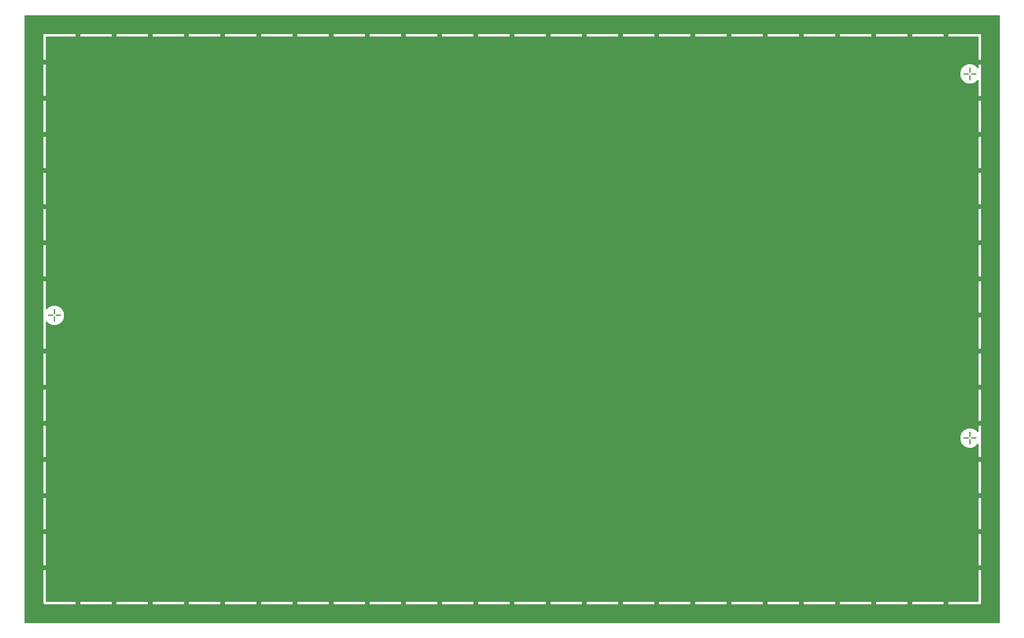
<source format=gbl>
G75*
G70*
%OFA0B0*%
%FSLAX24Y24*%
%IPPOS*%
%LPD*%
%AMOC8*
5,1,8,0,0,1.08239X$1,22.5*
%
%ADD10C,0.0100*%
%ADD11C,0.0400*%
D10*
X001393Y000318D02*
X001393Y050707D01*
X082182Y050707D01*
X082182Y000318D01*
X001393Y000318D01*
X001393Y000347D02*
X082182Y000347D01*
X082182Y000446D02*
X001393Y000446D01*
X001393Y000544D02*
X082182Y000544D01*
X082182Y000643D02*
X001393Y000643D01*
X001393Y000741D02*
X082182Y000741D01*
X082182Y000840D02*
X001393Y000840D01*
X001393Y000938D02*
X082182Y000938D01*
X082182Y001037D02*
X001393Y001037D01*
X001393Y001135D02*
X082182Y001135D01*
X082182Y001234D02*
X001393Y001234D01*
X001393Y001332D02*
X082182Y001332D01*
X082182Y001431D02*
X001393Y001431D01*
X001393Y001529D02*
X082182Y001529D01*
X082182Y001628D02*
X001393Y001628D01*
X001393Y001726D02*
X082182Y001726D01*
X082182Y001825D02*
X080679Y001825D01*
X080721Y001867D02*
X080721Y049158D01*
X080633Y049246D01*
X002942Y049246D01*
X002854Y049158D01*
X002854Y001867D01*
X002942Y001779D01*
X003066Y001779D01*
X080509Y001779D01*
X080633Y001779D01*
X080721Y001867D01*
X080721Y001923D02*
X082182Y001923D01*
X082182Y002022D02*
X080721Y002022D01*
X080721Y002120D02*
X082182Y002120D01*
X082182Y002219D02*
X080721Y002219D01*
X080721Y002317D02*
X082182Y002317D01*
X082182Y002416D02*
X080721Y002416D01*
X080721Y002514D02*
X082182Y002514D01*
X082182Y002613D02*
X080721Y002613D01*
X080721Y002711D02*
X082182Y002711D01*
X082182Y002810D02*
X080721Y002810D01*
X080721Y002908D02*
X082182Y002908D01*
X082182Y003007D02*
X080721Y003007D01*
X080721Y003105D02*
X082182Y003105D01*
X082182Y003204D02*
X080721Y003204D01*
X080721Y003302D02*
X082182Y003302D01*
X082182Y003401D02*
X080721Y003401D01*
X080721Y003499D02*
X082182Y003499D01*
X082182Y003598D02*
X080721Y003598D01*
X080721Y003696D02*
X082182Y003696D01*
X082182Y003795D02*
X080721Y003795D01*
X080721Y003893D02*
X082182Y003893D01*
X082182Y003992D02*
X080721Y003992D01*
X080721Y004090D02*
X082182Y004090D01*
X082182Y004189D02*
X080721Y004189D01*
X080721Y004287D02*
X082182Y004287D01*
X082182Y004386D02*
X080721Y004386D01*
X080721Y004484D02*
X082182Y004484D01*
X082182Y004583D02*
X080721Y004583D01*
X080721Y004681D02*
X082182Y004681D01*
X082182Y004780D02*
X080721Y004780D01*
X080721Y004878D02*
X082182Y004878D01*
X082182Y004977D02*
X080721Y004977D01*
X080721Y005075D02*
X082182Y005075D01*
X082182Y005174D02*
X080721Y005174D01*
X080721Y005272D02*
X082182Y005272D01*
X082182Y005371D02*
X080721Y005371D01*
X080721Y005469D02*
X082182Y005469D01*
X082182Y005568D02*
X080721Y005568D01*
X080721Y005666D02*
X082182Y005666D01*
X082182Y005765D02*
X080721Y005765D01*
X080721Y005863D02*
X082182Y005863D01*
X082182Y005962D02*
X080721Y005962D01*
X080721Y006060D02*
X082182Y006060D01*
X082182Y006159D02*
X080721Y006159D01*
X080721Y006257D02*
X082182Y006257D01*
X082182Y006356D02*
X080721Y006356D01*
X080721Y006454D02*
X082182Y006454D01*
X082182Y006553D02*
X080721Y006553D01*
X080721Y006651D02*
X082182Y006651D01*
X082182Y006750D02*
X080721Y006750D01*
X080721Y006848D02*
X082182Y006848D01*
X082182Y006947D02*
X080721Y006947D01*
X080721Y007045D02*
X082182Y007045D01*
X082182Y007144D02*
X080721Y007144D01*
X080721Y007242D02*
X082182Y007242D01*
X082182Y007341D02*
X080721Y007341D01*
X080721Y007439D02*
X082182Y007439D01*
X082182Y007538D02*
X080721Y007538D01*
X080721Y007636D02*
X082182Y007636D01*
X082182Y007735D02*
X080721Y007735D01*
X080721Y007833D02*
X082182Y007833D01*
X082182Y007932D02*
X080721Y007932D01*
X080721Y008030D02*
X082182Y008030D01*
X082182Y008129D02*
X080721Y008129D01*
X080721Y008227D02*
X082182Y008227D01*
X082182Y008326D02*
X080721Y008326D01*
X080721Y008424D02*
X082182Y008424D01*
X082182Y008523D02*
X080721Y008523D01*
X080721Y008621D02*
X082182Y008621D01*
X082182Y008720D02*
X080721Y008720D01*
X080721Y008818D02*
X082182Y008818D01*
X082182Y008917D02*
X080721Y008917D01*
X080721Y009015D02*
X082182Y009015D01*
X082182Y009114D02*
X080721Y009114D01*
X080721Y009212D02*
X082182Y009212D01*
X082182Y009311D02*
X080721Y009311D01*
X080721Y009409D02*
X082182Y009409D01*
X082182Y009508D02*
X080721Y009508D01*
X080721Y009606D02*
X082182Y009606D01*
X082182Y009705D02*
X080721Y009705D01*
X080721Y009803D02*
X082182Y009803D01*
X082182Y009902D02*
X080721Y009902D01*
X080721Y010000D02*
X082182Y010000D01*
X082182Y010099D02*
X080721Y010099D01*
X080721Y010197D02*
X082182Y010197D01*
X082182Y010296D02*
X080721Y010296D01*
X080721Y010394D02*
X082182Y010394D01*
X082182Y010493D02*
X080721Y010493D01*
X080721Y010591D02*
X082182Y010591D01*
X082182Y010690D02*
X080721Y010690D01*
X080721Y010788D02*
X082182Y010788D01*
X082182Y010887D02*
X080721Y010887D01*
X080721Y010985D02*
X082182Y010985D01*
X082182Y011084D02*
X080721Y011084D01*
X080721Y011182D02*
X082182Y011182D01*
X082182Y011281D02*
X080721Y011281D01*
X080721Y011379D02*
X082182Y011379D01*
X082182Y011478D02*
X080721Y011478D01*
X080721Y011576D02*
X082182Y011576D01*
X082182Y011675D02*
X080721Y011675D01*
X080721Y011773D02*
X082182Y011773D01*
X082182Y011872D02*
X080721Y011872D01*
X080721Y011970D02*
X082182Y011970D01*
X082182Y012069D02*
X080721Y012069D01*
X080721Y012167D02*
X082182Y012167D01*
X082182Y012266D02*
X080721Y012266D01*
X080721Y012364D02*
X082182Y012364D01*
X082182Y012463D02*
X080721Y012463D01*
X080721Y012561D02*
X082182Y012561D01*
X082182Y012660D02*
X080721Y012660D01*
X080721Y012758D02*
X082182Y012758D01*
X082182Y012857D02*
X080721Y012857D01*
X080721Y012955D02*
X082182Y012955D01*
X082182Y013054D02*
X080721Y013054D01*
X080721Y013152D02*
X082182Y013152D01*
X082182Y013251D02*
X080721Y013251D01*
X080721Y013349D02*
X082182Y013349D01*
X082182Y013448D02*
X080721Y013448D01*
X080721Y013546D02*
X082182Y013546D01*
X082182Y013645D02*
X080721Y013645D01*
X080721Y013743D02*
X082182Y013743D01*
X082182Y013842D02*
X080721Y013842D01*
X080721Y013940D02*
X082182Y013940D01*
X082182Y014039D02*
X080721Y014039D01*
X080721Y014137D02*
X082182Y014137D01*
X082182Y014236D02*
X080721Y014236D01*
X080721Y014334D02*
X082182Y014334D01*
X082182Y014433D02*
X080721Y014433D01*
X080721Y014531D02*
X082182Y014531D01*
X082182Y014630D02*
X080721Y014630D01*
X080721Y014728D02*
X082182Y014728D01*
X082182Y014827D02*
X080721Y014827D01*
X080721Y014925D02*
X082182Y014925D01*
X082182Y015024D02*
X080721Y015024D01*
X080721Y015122D02*
X082182Y015122D01*
X082182Y015221D02*
X080721Y015221D01*
X080721Y015319D02*
X082182Y015319D01*
X082182Y015418D02*
X080721Y015418D01*
X080721Y015516D02*
X082182Y015516D01*
X082182Y015615D02*
X080721Y015615D01*
X080721Y015713D02*
X082182Y015713D01*
X082182Y015812D02*
X080721Y015812D01*
X080721Y015910D02*
X082182Y015910D01*
X082182Y016009D02*
X080721Y016009D01*
X080721Y016107D02*
X082182Y016107D01*
X082182Y016206D02*
X080721Y016206D01*
X080721Y016304D02*
X082182Y016304D01*
X082182Y016403D02*
X080721Y016403D01*
X080721Y016501D02*
X082182Y016501D01*
X082182Y016600D02*
X080721Y016600D01*
X080721Y016698D02*
X082182Y016698D01*
X082182Y016797D02*
X080721Y016797D01*
X080721Y016895D02*
X082182Y016895D01*
X082182Y016994D02*
X080721Y016994D01*
X080721Y017092D02*
X082182Y017092D01*
X082182Y017191D02*
X080721Y017191D01*
X080721Y017289D02*
X082182Y017289D01*
X082182Y017388D02*
X080721Y017388D01*
X080721Y017486D02*
X082182Y017486D01*
X082182Y017585D02*
X080721Y017585D01*
X080721Y017683D02*
X082182Y017683D01*
X082182Y017782D02*
X080721Y017782D01*
X080721Y017880D02*
X082182Y017880D01*
X082182Y017979D02*
X080721Y017979D01*
X080721Y018077D02*
X082182Y018077D01*
X082182Y018176D02*
X080721Y018176D01*
X080721Y018274D02*
X082182Y018274D01*
X082182Y018373D02*
X080721Y018373D01*
X080721Y018471D02*
X082182Y018471D01*
X082182Y018570D02*
X080721Y018570D01*
X080721Y018668D02*
X082182Y018668D01*
X082182Y018767D02*
X080721Y018767D01*
X080721Y018865D02*
X082182Y018865D01*
X082182Y018964D02*
X080721Y018964D01*
X080721Y019062D02*
X082182Y019062D01*
X082182Y019161D02*
X080721Y019161D01*
X080721Y019259D02*
X082182Y019259D01*
X082182Y019358D02*
X080721Y019358D01*
X080721Y019456D02*
X082182Y019456D01*
X082182Y019555D02*
X080721Y019555D01*
X080721Y019653D02*
X082182Y019653D01*
X082182Y019752D02*
X080721Y019752D01*
X080721Y019850D02*
X082182Y019850D01*
X082182Y019949D02*
X080721Y019949D01*
X080721Y020047D02*
X082182Y020047D01*
X082182Y020146D02*
X080721Y020146D01*
X080721Y020244D02*
X082182Y020244D01*
X082182Y020343D02*
X080721Y020343D01*
X080721Y020441D02*
X082182Y020441D01*
X082182Y020540D02*
X080721Y020540D01*
X080721Y020638D02*
X082182Y020638D01*
X082182Y020737D02*
X080721Y020737D01*
X080721Y020835D02*
X082182Y020835D01*
X082182Y020934D02*
X080721Y020934D01*
X080721Y021032D02*
X082182Y021032D01*
X082182Y021131D02*
X080721Y021131D01*
X080721Y021229D02*
X082182Y021229D01*
X082182Y021328D02*
X080721Y021328D01*
X080721Y021426D02*
X082182Y021426D01*
X082182Y021525D02*
X080721Y021525D01*
X080721Y021623D02*
X082182Y021623D01*
X082182Y021722D02*
X080721Y021722D01*
X080721Y021820D02*
X082182Y021820D01*
X082182Y021919D02*
X080721Y021919D01*
X080721Y022017D02*
X082182Y022017D01*
X082182Y022116D02*
X080721Y022116D01*
X080721Y022214D02*
X082182Y022214D01*
X082182Y022313D02*
X080721Y022313D01*
X080721Y022411D02*
X082182Y022411D01*
X082182Y022510D02*
X080721Y022510D01*
X080721Y022608D02*
X082182Y022608D01*
X082182Y022707D02*
X080721Y022707D01*
X080721Y022805D02*
X082182Y022805D01*
X082182Y022904D02*
X080721Y022904D01*
X080721Y023002D02*
X082182Y023002D01*
X082182Y023101D02*
X080721Y023101D01*
X080721Y023199D02*
X082182Y023199D01*
X082182Y023298D02*
X080721Y023298D01*
X080721Y023396D02*
X082182Y023396D01*
X082182Y023495D02*
X080721Y023495D01*
X080721Y023593D02*
X082182Y023593D01*
X082182Y023692D02*
X080721Y023692D01*
X080721Y023790D02*
X082182Y023790D01*
X082182Y023889D02*
X080721Y023889D01*
X080721Y023987D02*
X082182Y023987D01*
X082182Y024086D02*
X080721Y024086D01*
X080721Y024184D02*
X082182Y024184D01*
X082182Y024283D02*
X080721Y024283D01*
X080721Y024381D02*
X082182Y024381D01*
X082182Y024480D02*
X080721Y024480D01*
X080721Y024578D02*
X082182Y024578D01*
X082182Y024677D02*
X080721Y024677D01*
X080721Y024775D02*
X082182Y024775D01*
X082182Y024874D02*
X080721Y024874D01*
X080721Y024972D02*
X082182Y024972D01*
X082182Y025071D02*
X080721Y025071D01*
X080721Y025169D02*
X082182Y025169D01*
X082182Y025268D02*
X080721Y025268D01*
X080721Y025366D02*
X082182Y025366D01*
X082182Y025465D02*
X080721Y025465D01*
X080721Y025563D02*
X082182Y025563D01*
X082182Y025662D02*
X080721Y025662D01*
X080721Y025760D02*
X082182Y025760D01*
X082182Y025859D02*
X080721Y025859D01*
X080721Y025957D02*
X082182Y025957D01*
X082182Y026056D02*
X080721Y026056D01*
X080721Y026154D02*
X082182Y026154D01*
X082182Y026253D02*
X080721Y026253D01*
X080721Y026351D02*
X082182Y026351D01*
X082182Y026450D02*
X080721Y026450D01*
X080721Y026548D02*
X082182Y026548D01*
X082182Y026647D02*
X080721Y026647D01*
X080721Y026745D02*
X082182Y026745D01*
X082182Y026844D02*
X080721Y026844D01*
X080721Y026942D02*
X082182Y026942D01*
X082182Y027041D02*
X080721Y027041D01*
X080721Y027139D02*
X082182Y027139D01*
X082182Y027238D02*
X080721Y027238D01*
X080721Y027336D02*
X082182Y027336D01*
X082182Y027435D02*
X080721Y027435D01*
X080721Y027533D02*
X082182Y027533D01*
X082182Y027632D02*
X080721Y027632D01*
X080721Y027730D02*
X082182Y027730D01*
X082182Y027829D02*
X080721Y027829D01*
X080721Y027927D02*
X082182Y027927D01*
X082182Y028026D02*
X080721Y028026D01*
X080721Y028124D02*
X082182Y028124D01*
X082182Y028223D02*
X080721Y028223D01*
X080721Y028321D02*
X082182Y028321D01*
X082182Y028420D02*
X080721Y028420D01*
X080721Y028518D02*
X082182Y028518D01*
X082182Y028617D02*
X080721Y028617D01*
X080721Y028715D02*
X082182Y028715D01*
X082182Y028814D02*
X080721Y028814D01*
X080721Y028912D02*
X082182Y028912D01*
X082182Y029011D02*
X080721Y029011D01*
X080721Y029109D02*
X082182Y029109D01*
X082182Y029208D02*
X080721Y029208D01*
X080721Y029306D02*
X082182Y029306D01*
X082182Y029405D02*
X080721Y029405D01*
X080721Y029503D02*
X082182Y029503D01*
X082182Y029602D02*
X080721Y029602D01*
X080721Y029700D02*
X082182Y029700D01*
X082182Y029799D02*
X080721Y029799D01*
X080721Y029897D02*
X082182Y029897D01*
X082182Y029996D02*
X080721Y029996D01*
X080721Y030094D02*
X082182Y030094D01*
X082182Y030193D02*
X080721Y030193D01*
X080721Y030291D02*
X082182Y030291D01*
X082182Y030390D02*
X080721Y030390D01*
X080721Y030488D02*
X082182Y030488D01*
X082182Y030587D02*
X080721Y030587D01*
X080721Y030685D02*
X082182Y030685D01*
X082182Y030784D02*
X080721Y030784D01*
X080721Y030882D02*
X082182Y030882D01*
X082182Y030981D02*
X080721Y030981D01*
X080721Y031079D02*
X082182Y031079D01*
X082182Y031178D02*
X080721Y031178D01*
X080721Y031276D02*
X082182Y031276D01*
X082182Y031375D02*
X080721Y031375D01*
X080721Y031473D02*
X082182Y031473D01*
X082182Y031572D02*
X080721Y031572D01*
X080721Y031670D02*
X082182Y031670D01*
X082182Y031769D02*
X080721Y031769D01*
X080721Y031867D02*
X082182Y031867D01*
X082182Y031966D02*
X080721Y031966D01*
X080721Y032064D02*
X082182Y032064D01*
X082182Y032163D02*
X080721Y032163D01*
X080721Y032261D02*
X082182Y032261D01*
X082182Y032360D02*
X080721Y032360D01*
X080721Y032458D02*
X082182Y032458D01*
X082182Y032557D02*
X080721Y032557D01*
X080721Y032655D02*
X082182Y032655D01*
X082182Y032754D02*
X080721Y032754D01*
X080721Y032852D02*
X082182Y032852D01*
X082182Y032951D02*
X080721Y032951D01*
X080721Y033049D02*
X082182Y033049D01*
X082182Y033148D02*
X080721Y033148D01*
X080721Y033246D02*
X082182Y033246D01*
X082182Y033345D02*
X080721Y033345D01*
X080721Y033443D02*
X082182Y033443D01*
X082182Y033542D02*
X080721Y033542D01*
X080721Y033640D02*
X082182Y033640D01*
X082182Y033739D02*
X080721Y033739D01*
X080721Y033837D02*
X082182Y033837D01*
X082182Y033936D02*
X080721Y033936D01*
X080721Y034034D02*
X082182Y034034D01*
X082182Y034133D02*
X080721Y034133D01*
X080721Y034231D02*
X082182Y034231D01*
X082182Y034330D02*
X080721Y034330D01*
X080721Y034428D02*
X082182Y034428D01*
X082182Y034527D02*
X080721Y034527D01*
X080721Y034625D02*
X082182Y034625D01*
X082182Y034724D02*
X080721Y034724D01*
X080721Y034822D02*
X082182Y034822D01*
X082182Y034921D02*
X080721Y034921D01*
X080721Y035019D02*
X082182Y035019D01*
X082182Y035118D02*
X080721Y035118D01*
X080721Y035216D02*
X082182Y035216D01*
X082182Y035315D02*
X080721Y035315D01*
X080721Y035413D02*
X082182Y035413D01*
X082182Y035512D02*
X080721Y035512D01*
X080721Y035610D02*
X082182Y035610D01*
X082182Y035709D02*
X080721Y035709D01*
X080721Y035807D02*
X082182Y035807D01*
X082182Y035906D02*
X080721Y035906D01*
X080721Y036004D02*
X082182Y036004D01*
X082182Y036103D02*
X080721Y036103D01*
X080721Y036201D02*
X082182Y036201D01*
X082182Y036300D02*
X080721Y036300D01*
X080721Y036398D02*
X082182Y036398D01*
X082182Y036497D02*
X080721Y036497D01*
X080721Y036595D02*
X082182Y036595D01*
X082182Y036694D02*
X080721Y036694D01*
X080721Y036792D02*
X082182Y036792D01*
X082182Y036891D02*
X080721Y036891D01*
X080721Y036989D02*
X082182Y036989D01*
X082182Y037088D02*
X080721Y037088D01*
X080721Y037186D02*
X082182Y037186D01*
X082182Y037285D02*
X080721Y037285D01*
X080721Y037383D02*
X082182Y037383D01*
X082182Y037482D02*
X080721Y037482D01*
X080721Y037580D02*
X082182Y037580D01*
X082182Y037679D02*
X080721Y037679D01*
X080721Y037777D02*
X082182Y037777D01*
X082182Y037876D02*
X080721Y037876D01*
X080721Y037974D02*
X082182Y037974D01*
X082182Y038073D02*
X080721Y038073D01*
X080721Y038171D02*
X082182Y038171D01*
X082182Y038270D02*
X080721Y038270D01*
X080721Y038368D02*
X082182Y038368D01*
X082182Y038467D02*
X080721Y038467D01*
X080721Y038565D02*
X082182Y038565D01*
X082182Y038664D02*
X080721Y038664D01*
X080721Y038762D02*
X082182Y038762D01*
X082182Y038861D02*
X080721Y038861D01*
X080721Y038959D02*
X082182Y038959D01*
X082182Y039058D02*
X080721Y039058D01*
X080721Y039156D02*
X082182Y039156D01*
X082182Y039255D02*
X080721Y039255D01*
X080721Y039353D02*
X082182Y039353D01*
X082182Y039452D02*
X080721Y039452D01*
X080721Y039550D02*
X082182Y039550D01*
X082182Y039649D02*
X080721Y039649D01*
X080721Y039747D02*
X082182Y039747D01*
X082182Y039846D02*
X080721Y039846D01*
X080721Y039944D02*
X082182Y039944D01*
X082182Y040043D02*
X080721Y040043D01*
X080721Y040141D02*
X082182Y040141D01*
X082182Y040240D02*
X080721Y040240D01*
X080721Y040338D02*
X082182Y040338D01*
X082182Y040437D02*
X080721Y040437D01*
X080721Y040535D02*
X082182Y040535D01*
X082182Y040634D02*
X080721Y040634D01*
X080721Y040732D02*
X082182Y040732D01*
X082182Y040831D02*
X080721Y040831D01*
X080721Y040929D02*
X082182Y040929D01*
X082182Y041028D02*
X080721Y041028D01*
X080721Y041126D02*
X082182Y041126D01*
X082182Y041225D02*
X080721Y041225D01*
X080721Y041323D02*
X082182Y041323D01*
X082182Y041422D02*
X080721Y041422D01*
X080721Y041520D02*
X082182Y041520D01*
X082182Y041619D02*
X080721Y041619D01*
X080721Y041717D02*
X082182Y041717D01*
X082182Y041816D02*
X080721Y041816D01*
X080721Y041914D02*
X082182Y041914D01*
X082182Y042013D02*
X080721Y042013D01*
X080721Y042111D02*
X082182Y042111D01*
X082182Y042210D02*
X080721Y042210D01*
X080721Y042308D02*
X082182Y042308D01*
X082182Y042407D02*
X080721Y042407D01*
X080721Y042505D02*
X082182Y042505D01*
X082182Y042604D02*
X080721Y042604D01*
X080721Y042702D02*
X082182Y042702D01*
X082182Y042801D02*
X080721Y042801D01*
X080721Y042899D02*
X082182Y042899D01*
X082182Y042998D02*
X080721Y042998D01*
X080721Y043096D02*
X082182Y043096D01*
X082182Y043195D02*
X080721Y043195D01*
X080721Y043293D02*
X082182Y043293D01*
X082182Y043392D02*
X080721Y043392D01*
X080721Y043490D02*
X082182Y043490D01*
X082182Y043589D02*
X080721Y043589D01*
X080721Y043687D02*
X082182Y043687D01*
X082182Y043786D02*
X080721Y043786D01*
X080721Y043884D02*
X082182Y043884D01*
X082182Y043983D02*
X080721Y043983D01*
X080721Y044081D02*
X082182Y044081D01*
X082182Y044180D02*
X080721Y044180D01*
X080721Y044278D02*
X082182Y044278D01*
X082182Y044377D02*
X080721Y044377D01*
X080721Y044475D02*
X082182Y044475D01*
X082182Y044574D02*
X080721Y044574D01*
X080721Y044672D02*
X082182Y044672D01*
X082182Y044771D02*
X080721Y044771D01*
X080721Y044869D02*
X082182Y044869D01*
X082182Y044968D02*
X080721Y044968D01*
X080721Y045066D02*
X082182Y045066D01*
X082182Y045165D02*
X080721Y045165D01*
X080721Y045263D02*
X082182Y045263D01*
X082182Y045362D02*
X080721Y045362D01*
X080721Y045460D02*
X082182Y045460D01*
X082182Y045559D02*
X080721Y045559D01*
X080721Y045657D02*
X082182Y045657D01*
X082182Y045756D02*
X080721Y045756D01*
X080721Y045854D02*
X082182Y045854D01*
X082182Y045953D02*
X080721Y045953D01*
X080721Y046051D02*
X082182Y046051D01*
X082182Y046150D02*
X080721Y046150D01*
X080721Y046248D02*
X082182Y046248D01*
X082182Y046347D02*
X080721Y046347D01*
X080721Y046445D02*
X082182Y046445D01*
X082182Y046544D02*
X080721Y046544D01*
X080721Y046642D02*
X082182Y046642D01*
X082182Y046741D02*
X080721Y046741D01*
X080721Y046839D02*
X082182Y046839D01*
X082182Y046938D02*
X080721Y046938D01*
X080721Y047036D02*
X082182Y047036D01*
X082182Y047135D02*
X080721Y047135D01*
X080721Y047233D02*
X082182Y047233D01*
X082182Y047332D02*
X080721Y047332D01*
X080721Y047430D02*
X082182Y047430D01*
X082182Y047529D02*
X080721Y047529D01*
X080721Y047627D02*
X082182Y047627D01*
X082182Y047726D02*
X080721Y047726D01*
X080721Y047824D02*
X082182Y047824D01*
X082182Y047923D02*
X080721Y047923D01*
X080721Y048021D02*
X082182Y048021D01*
X082182Y048120D02*
X080721Y048120D01*
X080721Y048218D02*
X082182Y048218D01*
X082182Y048317D02*
X080721Y048317D01*
X080721Y048415D02*
X082182Y048415D01*
X082182Y048514D02*
X080721Y048514D01*
X080721Y048612D02*
X082182Y048612D01*
X082182Y048711D02*
X080721Y048711D01*
X080721Y048809D02*
X082182Y048809D01*
X082182Y048908D02*
X080721Y048908D01*
X080721Y049006D02*
X082182Y049006D01*
X082182Y049105D02*
X080721Y049105D01*
X080677Y049203D02*
X082182Y049203D01*
X082182Y049302D02*
X001393Y049302D01*
X001393Y049400D02*
X082182Y049400D01*
X082182Y049499D02*
X001393Y049499D01*
X001393Y049597D02*
X082182Y049597D01*
X082182Y049696D02*
X001393Y049696D01*
X001393Y049794D02*
X082182Y049794D01*
X082182Y049893D02*
X001393Y049893D01*
X001393Y049991D02*
X082182Y049991D01*
X082182Y050090D02*
X001393Y050090D01*
X001393Y050188D02*
X082182Y050188D01*
X082182Y050287D02*
X001393Y050287D01*
X001393Y050385D02*
X082182Y050385D01*
X082182Y050484D02*
X001393Y050484D01*
X001393Y050582D02*
X082182Y050582D01*
X082182Y050681D02*
X001393Y050681D01*
X001393Y049203D02*
X002898Y049203D01*
X002854Y049105D02*
X001393Y049105D01*
X001393Y049006D02*
X002854Y049006D01*
X002854Y048908D02*
X001393Y048908D01*
X001393Y048809D02*
X002854Y048809D01*
X002854Y048711D02*
X001393Y048711D01*
X001393Y048612D02*
X002854Y048612D01*
X002854Y048514D02*
X001393Y048514D01*
X001393Y048415D02*
X002854Y048415D01*
X002854Y048317D02*
X001393Y048317D01*
X001393Y048218D02*
X002854Y048218D01*
X002854Y048120D02*
X001393Y048120D01*
X001393Y048021D02*
X002854Y048021D01*
X002854Y047923D02*
X001393Y047923D01*
X001393Y047824D02*
X002854Y047824D01*
X002854Y047726D02*
X001393Y047726D01*
X001393Y047627D02*
X002854Y047627D01*
X002854Y047529D02*
X001393Y047529D01*
X001393Y047430D02*
X002854Y047430D01*
X002854Y047332D02*
X001393Y047332D01*
X001393Y047233D02*
X002854Y047233D01*
X002854Y047135D02*
X001393Y047135D01*
X001393Y047036D02*
X002854Y047036D01*
X002854Y046938D02*
X001393Y046938D01*
X001393Y046839D02*
X002854Y046839D01*
X002854Y046741D02*
X001393Y046741D01*
X001393Y046642D02*
X002854Y046642D01*
X002854Y046544D02*
X001393Y046544D01*
X001393Y046445D02*
X002854Y046445D01*
X002854Y046347D02*
X001393Y046347D01*
X001393Y046248D02*
X002854Y046248D01*
X002854Y046150D02*
X001393Y046150D01*
X001393Y046051D02*
X002854Y046051D01*
X002854Y045953D02*
X001393Y045953D01*
X001393Y045854D02*
X002854Y045854D01*
X002854Y045756D02*
X001393Y045756D01*
X001393Y045657D02*
X002854Y045657D01*
X002854Y045559D02*
X001393Y045559D01*
X001393Y045460D02*
X002854Y045460D01*
X002854Y045362D02*
X001393Y045362D01*
X001393Y045263D02*
X002854Y045263D01*
X002854Y045165D02*
X001393Y045165D01*
X001393Y045066D02*
X002854Y045066D01*
X002854Y044968D02*
X001393Y044968D01*
X001393Y044869D02*
X002854Y044869D01*
X002854Y044771D02*
X001393Y044771D01*
X001393Y044672D02*
X002854Y044672D01*
X002854Y044574D02*
X001393Y044574D01*
X001393Y044475D02*
X002854Y044475D01*
X002854Y044377D02*
X001393Y044377D01*
X001393Y044278D02*
X002854Y044278D01*
X002854Y044180D02*
X001393Y044180D01*
X001393Y044081D02*
X002854Y044081D01*
X002854Y043983D02*
X001393Y043983D01*
X001393Y043884D02*
X002854Y043884D01*
X002854Y043786D02*
X001393Y043786D01*
X001393Y043687D02*
X002854Y043687D01*
X002854Y043589D02*
X001393Y043589D01*
X001393Y043490D02*
X002854Y043490D01*
X002854Y043392D02*
X001393Y043392D01*
X001393Y043293D02*
X002854Y043293D01*
X002854Y043195D02*
X001393Y043195D01*
X001393Y043096D02*
X002854Y043096D01*
X002854Y042998D02*
X001393Y042998D01*
X001393Y042899D02*
X002854Y042899D01*
X002854Y042801D02*
X001393Y042801D01*
X001393Y042702D02*
X002854Y042702D01*
X002854Y042604D02*
X001393Y042604D01*
X001393Y042505D02*
X002854Y042505D01*
X002854Y042407D02*
X001393Y042407D01*
X001393Y042308D02*
X002854Y042308D01*
X002854Y042210D02*
X001393Y042210D01*
X001393Y042111D02*
X002854Y042111D01*
X002854Y042013D02*
X001393Y042013D01*
X001393Y041914D02*
X002854Y041914D01*
X002854Y041816D02*
X001393Y041816D01*
X001393Y041717D02*
X002854Y041717D01*
X002854Y041619D02*
X001393Y041619D01*
X001393Y041520D02*
X002854Y041520D01*
X002854Y041422D02*
X001393Y041422D01*
X001393Y041323D02*
X002854Y041323D01*
X002854Y041225D02*
X001393Y041225D01*
X001393Y041126D02*
X002854Y041126D01*
X002854Y041028D02*
X001393Y041028D01*
X001393Y040929D02*
X002854Y040929D01*
X002854Y040831D02*
X001393Y040831D01*
X001393Y040732D02*
X002854Y040732D01*
X002854Y040634D02*
X001393Y040634D01*
X001393Y040535D02*
X002854Y040535D01*
X002854Y040437D02*
X001393Y040437D01*
X001393Y040338D02*
X002854Y040338D01*
X002854Y040240D02*
X001393Y040240D01*
X001393Y040141D02*
X002854Y040141D01*
X002854Y040043D02*
X001393Y040043D01*
X001393Y039944D02*
X002854Y039944D01*
X002854Y039846D02*
X001393Y039846D01*
X001393Y039747D02*
X002854Y039747D01*
X002854Y039649D02*
X001393Y039649D01*
X001393Y039550D02*
X002854Y039550D01*
X002854Y039452D02*
X001393Y039452D01*
X001393Y039353D02*
X002854Y039353D01*
X002854Y039255D02*
X001393Y039255D01*
X001393Y039156D02*
X002854Y039156D01*
X002854Y039058D02*
X001393Y039058D01*
X001393Y038959D02*
X002854Y038959D01*
X002854Y038861D02*
X001393Y038861D01*
X001393Y038762D02*
X002854Y038762D01*
X002854Y038664D02*
X001393Y038664D01*
X001393Y038565D02*
X002854Y038565D01*
X002854Y038467D02*
X001393Y038467D01*
X001393Y038368D02*
X002854Y038368D01*
X002854Y038270D02*
X001393Y038270D01*
X001393Y038171D02*
X002854Y038171D01*
X002854Y038073D02*
X001393Y038073D01*
X001393Y037974D02*
X002854Y037974D01*
X002854Y037876D02*
X001393Y037876D01*
X001393Y037777D02*
X002854Y037777D01*
X002854Y037679D02*
X001393Y037679D01*
X001393Y037580D02*
X002854Y037580D01*
X002854Y037482D02*
X001393Y037482D01*
X001393Y037383D02*
X002854Y037383D01*
X002854Y037285D02*
X001393Y037285D01*
X001393Y037186D02*
X002854Y037186D01*
X002854Y037088D02*
X001393Y037088D01*
X001393Y036989D02*
X002854Y036989D01*
X002854Y036891D02*
X001393Y036891D01*
X001393Y036792D02*
X002854Y036792D01*
X002854Y036694D02*
X001393Y036694D01*
X001393Y036595D02*
X002854Y036595D01*
X002854Y036497D02*
X001393Y036497D01*
X001393Y036398D02*
X002854Y036398D01*
X002854Y036300D02*
X001393Y036300D01*
X001393Y036201D02*
X002854Y036201D01*
X002854Y036103D02*
X001393Y036103D01*
X001393Y036004D02*
X002854Y036004D01*
X002854Y035906D02*
X001393Y035906D01*
X001393Y035807D02*
X002854Y035807D01*
X002854Y035709D02*
X001393Y035709D01*
X001393Y035610D02*
X002854Y035610D01*
X002854Y035512D02*
X001393Y035512D01*
X001393Y035413D02*
X002854Y035413D01*
X002854Y035315D02*
X001393Y035315D01*
X001393Y035216D02*
X002854Y035216D01*
X002854Y035118D02*
X001393Y035118D01*
X001393Y035019D02*
X002854Y035019D01*
X002854Y034921D02*
X001393Y034921D01*
X001393Y034822D02*
X002854Y034822D01*
X002854Y034724D02*
X001393Y034724D01*
X001393Y034625D02*
X002854Y034625D01*
X002854Y034527D02*
X001393Y034527D01*
X001393Y034428D02*
X002854Y034428D01*
X002854Y034330D02*
X001393Y034330D01*
X001393Y034231D02*
X002854Y034231D01*
X002854Y034133D02*
X001393Y034133D01*
X001393Y034034D02*
X002854Y034034D01*
X002854Y033936D02*
X001393Y033936D01*
X001393Y033837D02*
X002854Y033837D01*
X002854Y033739D02*
X001393Y033739D01*
X001393Y033640D02*
X002854Y033640D01*
X002854Y033542D02*
X001393Y033542D01*
X001393Y033443D02*
X002854Y033443D01*
X002854Y033345D02*
X001393Y033345D01*
X001393Y033246D02*
X002854Y033246D01*
X002854Y033148D02*
X001393Y033148D01*
X001393Y033049D02*
X002854Y033049D01*
X002854Y032951D02*
X001393Y032951D01*
X001393Y032852D02*
X002854Y032852D01*
X002854Y032754D02*
X001393Y032754D01*
X001393Y032655D02*
X002854Y032655D01*
X002854Y032557D02*
X001393Y032557D01*
X001393Y032458D02*
X002854Y032458D01*
X002854Y032360D02*
X001393Y032360D01*
X001393Y032261D02*
X002854Y032261D01*
X002854Y032163D02*
X001393Y032163D01*
X001393Y032064D02*
X002854Y032064D01*
X002854Y031966D02*
X001393Y031966D01*
X001393Y031867D02*
X002854Y031867D01*
X002854Y031769D02*
X001393Y031769D01*
X001393Y031670D02*
X002854Y031670D01*
X002854Y031572D02*
X001393Y031572D01*
X001393Y031473D02*
X002854Y031473D01*
X002854Y031375D02*
X001393Y031375D01*
X001393Y031276D02*
X002854Y031276D01*
X002854Y031178D02*
X001393Y031178D01*
X001393Y031079D02*
X002854Y031079D01*
X002854Y030981D02*
X001393Y030981D01*
X001393Y030882D02*
X002854Y030882D01*
X002854Y030784D02*
X001393Y030784D01*
X001393Y030685D02*
X002854Y030685D01*
X002854Y030587D02*
X001393Y030587D01*
X001393Y030488D02*
X002854Y030488D01*
X002854Y030390D02*
X001393Y030390D01*
X001393Y030291D02*
X002854Y030291D01*
X002854Y030193D02*
X001393Y030193D01*
X001393Y030094D02*
X002854Y030094D01*
X002854Y029996D02*
X001393Y029996D01*
X001393Y029897D02*
X002854Y029897D01*
X002854Y029799D02*
X001393Y029799D01*
X001393Y029700D02*
X002854Y029700D01*
X002854Y029602D02*
X001393Y029602D01*
X001393Y029503D02*
X002854Y029503D01*
X002854Y029405D02*
X001393Y029405D01*
X001393Y029306D02*
X002854Y029306D01*
X002854Y029208D02*
X001393Y029208D01*
X001393Y029109D02*
X002854Y029109D01*
X002854Y029011D02*
X001393Y029011D01*
X001393Y028912D02*
X002854Y028912D01*
X002854Y028814D02*
X001393Y028814D01*
X001393Y028715D02*
X002854Y028715D01*
X002854Y028617D02*
X001393Y028617D01*
X001393Y028518D02*
X002854Y028518D01*
X002854Y028420D02*
X001393Y028420D01*
X001393Y028321D02*
X002854Y028321D01*
X002854Y028223D02*
X001393Y028223D01*
X001393Y028124D02*
X002854Y028124D01*
X002854Y028026D02*
X001393Y028026D01*
X001393Y027927D02*
X002854Y027927D01*
X002854Y027829D02*
X001393Y027829D01*
X001393Y027730D02*
X002854Y027730D01*
X002854Y027632D02*
X001393Y027632D01*
X001393Y027533D02*
X002854Y027533D01*
X002854Y027435D02*
X001393Y027435D01*
X001393Y027336D02*
X002854Y027336D01*
X002854Y027238D02*
X001393Y027238D01*
X001393Y027139D02*
X002854Y027139D01*
X002854Y027041D02*
X001393Y027041D01*
X001393Y026942D02*
X002854Y026942D01*
X002854Y026844D02*
X001393Y026844D01*
X001393Y026745D02*
X002854Y026745D01*
X002854Y026647D02*
X001393Y026647D01*
X001393Y026548D02*
X002854Y026548D01*
X002854Y026450D02*
X001393Y026450D01*
X001393Y026351D02*
X002854Y026351D01*
X002854Y026253D02*
X001393Y026253D01*
X001393Y026154D02*
X002854Y026154D01*
X002854Y026056D02*
X001393Y026056D01*
X001393Y025957D02*
X002854Y025957D01*
X002854Y025859D02*
X001393Y025859D01*
X001393Y025760D02*
X002854Y025760D01*
X002854Y025662D02*
X001393Y025662D01*
X001393Y025563D02*
X002854Y025563D01*
X002854Y025465D02*
X001393Y025465D01*
X001393Y025366D02*
X002854Y025366D01*
X002854Y025268D02*
X001393Y025268D01*
X001393Y025169D02*
X002854Y025169D01*
X002854Y025071D02*
X001393Y025071D01*
X001393Y024972D02*
X002854Y024972D01*
X002854Y024874D02*
X001393Y024874D01*
X001393Y024775D02*
X002854Y024775D01*
X002854Y024677D02*
X001393Y024677D01*
X001393Y024578D02*
X002854Y024578D01*
X002854Y024480D02*
X001393Y024480D01*
X001393Y024381D02*
X002854Y024381D01*
X002854Y024283D02*
X001393Y024283D01*
X001393Y024184D02*
X002854Y024184D01*
X002854Y024086D02*
X001393Y024086D01*
X001393Y023987D02*
X002854Y023987D01*
X002854Y023889D02*
X001393Y023889D01*
X001393Y023790D02*
X002854Y023790D01*
X002854Y023692D02*
X001393Y023692D01*
X001393Y023593D02*
X002854Y023593D01*
X002854Y023495D02*
X001393Y023495D01*
X001393Y023396D02*
X002854Y023396D01*
X002854Y023298D02*
X001393Y023298D01*
X001393Y023199D02*
X002854Y023199D01*
X002854Y023101D02*
X001393Y023101D01*
X001393Y023002D02*
X002854Y023002D01*
X002854Y022904D02*
X001393Y022904D01*
X001393Y022805D02*
X002854Y022805D01*
X002854Y022707D02*
X001393Y022707D01*
X001393Y022608D02*
X002854Y022608D01*
X002854Y022510D02*
X001393Y022510D01*
X001393Y022411D02*
X002854Y022411D01*
X002854Y022313D02*
X001393Y022313D01*
X001393Y022214D02*
X002854Y022214D01*
X002854Y022116D02*
X001393Y022116D01*
X001393Y022017D02*
X002854Y022017D01*
X002854Y021919D02*
X001393Y021919D01*
X001393Y021820D02*
X002854Y021820D01*
X002854Y021722D02*
X001393Y021722D01*
X001393Y021623D02*
X002854Y021623D01*
X002854Y021525D02*
X001393Y021525D01*
X001393Y021426D02*
X002854Y021426D01*
X002854Y021328D02*
X001393Y021328D01*
X001393Y021229D02*
X002854Y021229D01*
X002854Y021131D02*
X001393Y021131D01*
X001393Y021032D02*
X002854Y021032D01*
X002854Y020934D02*
X001393Y020934D01*
X001393Y020835D02*
X002854Y020835D01*
X002854Y020737D02*
X001393Y020737D01*
X001393Y020638D02*
X002854Y020638D01*
X002854Y020540D02*
X001393Y020540D01*
X001393Y020441D02*
X002854Y020441D01*
X002854Y020343D02*
X001393Y020343D01*
X001393Y020244D02*
X002854Y020244D01*
X002854Y020146D02*
X001393Y020146D01*
X001393Y020047D02*
X002854Y020047D01*
X002854Y019949D02*
X001393Y019949D01*
X001393Y019850D02*
X002854Y019850D01*
X002854Y019752D02*
X001393Y019752D01*
X001393Y019653D02*
X002854Y019653D01*
X002854Y019555D02*
X001393Y019555D01*
X001393Y019456D02*
X002854Y019456D01*
X002854Y019358D02*
X001393Y019358D01*
X001393Y019259D02*
X002854Y019259D01*
X002854Y019161D02*
X001393Y019161D01*
X001393Y019062D02*
X002854Y019062D01*
X002854Y018964D02*
X001393Y018964D01*
X001393Y018865D02*
X002854Y018865D01*
X002854Y018767D02*
X001393Y018767D01*
X001393Y018668D02*
X002854Y018668D01*
X002854Y018570D02*
X001393Y018570D01*
X001393Y018471D02*
X002854Y018471D01*
X002854Y018373D02*
X001393Y018373D01*
X001393Y018274D02*
X002854Y018274D01*
X002854Y018176D02*
X001393Y018176D01*
X001393Y018077D02*
X002854Y018077D01*
X002854Y017979D02*
X001393Y017979D01*
X001393Y017880D02*
X002854Y017880D01*
X002854Y017782D02*
X001393Y017782D01*
X001393Y017683D02*
X002854Y017683D01*
X002854Y017585D02*
X001393Y017585D01*
X001393Y017486D02*
X002854Y017486D01*
X002854Y017388D02*
X001393Y017388D01*
X001393Y017289D02*
X002854Y017289D01*
X002854Y017191D02*
X001393Y017191D01*
X001393Y017092D02*
X002854Y017092D01*
X002854Y016994D02*
X001393Y016994D01*
X001393Y016895D02*
X002854Y016895D01*
X002854Y016797D02*
X001393Y016797D01*
X001393Y016698D02*
X002854Y016698D01*
X002854Y016600D02*
X001393Y016600D01*
X001393Y016501D02*
X002854Y016501D01*
X002854Y016403D02*
X001393Y016403D01*
X001393Y016304D02*
X002854Y016304D01*
X002854Y016206D02*
X001393Y016206D01*
X001393Y016107D02*
X002854Y016107D01*
X002854Y016009D02*
X001393Y016009D01*
X001393Y015910D02*
X002854Y015910D01*
X002854Y015812D02*
X001393Y015812D01*
X001393Y015713D02*
X002854Y015713D01*
X002854Y015615D02*
X001393Y015615D01*
X001393Y015516D02*
X002854Y015516D01*
X002854Y015418D02*
X001393Y015418D01*
X001393Y015319D02*
X002854Y015319D01*
X002854Y015221D02*
X001393Y015221D01*
X001393Y015122D02*
X002854Y015122D01*
X002854Y015024D02*
X001393Y015024D01*
X001393Y014925D02*
X002854Y014925D01*
X002854Y014827D02*
X001393Y014827D01*
X001393Y014728D02*
X002854Y014728D01*
X002854Y014630D02*
X001393Y014630D01*
X001393Y014531D02*
X002854Y014531D01*
X002854Y014433D02*
X001393Y014433D01*
X001393Y014334D02*
X002854Y014334D01*
X002854Y014236D02*
X001393Y014236D01*
X001393Y014137D02*
X002854Y014137D01*
X002854Y014039D02*
X001393Y014039D01*
X001393Y013940D02*
X002854Y013940D01*
X002854Y013842D02*
X001393Y013842D01*
X001393Y013743D02*
X002854Y013743D01*
X002854Y013645D02*
X001393Y013645D01*
X001393Y013546D02*
X002854Y013546D01*
X002854Y013448D02*
X001393Y013448D01*
X001393Y013349D02*
X002854Y013349D01*
X002854Y013251D02*
X001393Y013251D01*
X001393Y013152D02*
X002854Y013152D01*
X002854Y013054D02*
X001393Y013054D01*
X001393Y012955D02*
X002854Y012955D01*
X002854Y012857D02*
X001393Y012857D01*
X001393Y012758D02*
X002854Y012758D01*
X002854Y012660D02*
X001393Y012660D01*
X001393Y012561D02*
X002854Y012561D01*
X002854Y012463D02*
X001393Y012463D01*
X001393Y012364D02*
X002854Y012364D01*
X002854Y012266D02*
X001393Y012266D01*
X001393Y012167D02*
X002854Y012167D01*
X002854Y012069D02*
X001393Y012069D01*
X001393Y011970D02*
X002854Y011970D01*
X002854Y011872D02*
X001393Y011872D01*
X001393Y011773D02*
X002854Y011773D01*
X002854Y011675D02*
X001393Y011675D01*
X001393Y011576D02*
X002854Y011576D01*
X002854Y011478D02*
X001393Y011478D01*
X001393Y011379D02*
X002854Y011379D01*
X002854Y011281D02*
X001393Y011281D01*
X001393Y011182D02*
X002854Y011182D01*
X002854Y011084D02*
X001393Y011084D01*
X001393Y010985D02*
X002854Y010985D01*
X002854Y010887D02*
X001393Y010887D01*
X001393Y010788D02*
X002854Y010788D01*
X002854Y010690D02*
X001393Y010690D01*
X001393Y010591D02*
X002854Y010591D01*
X002854Y010493D02*
X001393Y010493D01*
X001393Y010394D02*
X002854Y010394D01*
X002854Y010296D02*
X001393Y010296D01*
X001393Y010197D02*
X002854Y010197D01*
X002854Y010099D02*
X001393Y010099D01*
X001393Y010000D02*
X002854Y010000D01*
X002854Y009902D02*
X001393Y009902D01*
X001393Y009803D02*
X002854Y009803D01*
X002854Y009705D02*
X001393Y009705D01*
X001393Y009606D02*
X002854Y009606D01*
X002854Y009508D02*
X001393Y009508D01*
X001393Y009409D02*
X002854Y009409D01*
X002854Y009311D02*
X001393Y009311D01*
X001393Y009212D02*
X002854Y009212D01*
X002854Y009114D02*
X001393Y009114D01*
X001393Y009015D02*
X002854Y009015D01*
X002854Y008917D02*
X001393Y008917D01*
X001393Y008818D02*
X002854Y008818D01*
X002854Y008720D02*
X001393Y008720D01*
X001393Y008621D02*
X002854Y008621D01*
X002854Y008523D02*
X001393Y008523D01*
X001393Y008424D02*
X002854Y008424D01*
X002854Y008326D02*
X001393Y008326D01*
X001393Y008227D02*
X002854Y008227D01*
X002854Y008129D02*
X001393Y008129D01*
X001393Y008030D02*
X002854Y008030D01*
X002854Y007932D02*
X001393Y007932D01*
X001393Y007833D02*
X002854Y007833D01*
X002854Y007735D02*
X001393Y007735D01*
X001393Y007636D02*
X002854Y007636D01*
X002854Y007538D02*
X001393Y007538D01*
X001393Y007439D02*
X002854Y007439D01*
X002854Y007341D02*
X001393Y007341D01*
X001393Y007242D02*
X002854Y007242D01*
X002854Y007144D02*
X001393Y007144D01*
X001393Y007045D02*
X002854Y007045D01*
X002854Y006947D02*
X001393Y006947D01*
X001393Y006848D02*
X002854Y006848D01*
X002854Y006750D02*
X001393Y006750D01*
X001393Y006651D02*
X002854Y006651D01*
X002854Y006553D02*
X001393Y006553D01*
X001393Y006454D02*
X002854Y006454D01*
X002854Y006356D02*
X001393Y006356D01*
X001393Y006257D02*
X002854Y006257D01*
X002854Y006159D02*
X001393Y006159D01*
X001393Y006060D02*
X002854Y006060D01*
X002854Y005962D02*
X001393Y005962D01*
X001393Y005863D02*
X002854Y005863D01*
X002854Y005765D02*
X001393Y005765D01*
X001393Y005666D02*
X002854Y005666D01*
X002854Y005568D02*
X001393Y005568D01*
X001393Y005469D02*
X002854Y005469D01*
X002854Y005371D02*
X001393Y005371D01*
X001393Y005272D02*
X002854Y005272D01*
X002854Y005174D02*
X001393Y005174D01*
X001393Y005075D02*
X002854Y005075D01*
X002854Y004977D02*
X001393Y004977D01*
X001393Y004878D02*
X002854Y004878D01*
X002854Y004780D02*
X001393Y004780D01*
X001393Y004681D02*
X002854Y004681D01*
X002854Y004583D02*
X001393Y004583D01*
X001393Y004484D02*
X002854Y004484D01*
X002854Y004386D02*
X001393Y004386D01*
X001393Y004287D02*
X002854Y004287D01*
X002854Y004189D02*
X001393Y004189D01*
X001393Y004090D02*
X002854Y004090D01*
X002854Y003992D02*
X001393Y003992D01*
X001393Y003893D02*
X002854Y003893D01*
X002854Y003795D02*
X001393Y003795D01*
X001393Y003696D02*
X002854Y003696D01*
X002854Y003598D02*
X001393Y003598D01*
X001393Y003499D02*
X002854Y003499D01*
X002854Y003401D02*
X001393Y003401D01*
X001393Y003302D02*
X002854Y003302D01*
X002854Y003204D02*
X001393Y003204D01*
X001393Y003105D02*
X002854Y003105D01*
X002854Y003007D02*
X001393Y003007D01*
X001393Y002908D02*
X002854Y002908D01*
X002854Y002810D02*
X001393Y002810D01*
X001393Y002711D02*
X002854Y002711D01*
X002854Y002613D02*
X001393Y002613D01*
X001393Y002514D02*
X002854Y002514D01*
X002854Y002416D02*
X001393Y002416D01*
X001393Y002317D02*
X002854Y002317D01*
X002854Y002219D02*
X001393Y002219D01*
X001393Y002120D02*
X002854Y002120D01*
X002854Y002022D02*
X001393Y002022D01*
X001393Y001923D02*
X002854Y001923D01*
X002896Y001825D02*
X001393Y001825D01*
X003154Y002079D02*
X003154Y025287D01*
X003339Y025102D01*
X003651Y024973D01*
X003989Y024973D01*
X004301Y025102D01*
X004541Y025341D01*
X004670Y025653D01*
X004670Y025992D01*
X004541Y026304D01*
X004301Y026543D01*
X003989Y026672D01*
X003651Y026672D01*
X003339Y026543D01*
X003154Y026358D01*
X003154Y048946D01*
X080421Y048946D01*
X080421Y046411D01*
X080236Y046596D01*
X079924Y046725D01*
X079586Y046725D01*
X079274Y046596D01*
X079034Y046356D01*
X078905Y046044D01*
X078905Y045706D01*
X079034Y045394D01*
X079274Y045154D01*
X079586Y045025D01*
X079924Y045025D01*
X080236Y045154D01*
X080421Y045339D01*
X080421Y016161D01*
X080236Y016346D01*
X079924Y016475D01*
X079586Y016475D01*
X079274Y016346D01*
X079034Y016106D01*
X078905Y015794D01*
X078905Y015456D01*
X079034Y015144D01*
X079274Y014904D01*
X079586Y014775D01*
X079924Y014775D01*
X080236Y014904D01*
X080421Y015089D01*
X080421Y002079D01*
X003154Y002079D01*
X003154Y002120D02*
X080421Y002120D01*
X080421Y002219D02*
X003154Y002219D01*
X003154Y002317D02*
X080421Y002317D01*
X080421Y002416D02*
X003154Y002416D01*
X003154Y002514D02*
X080421Y002514D01*
X080421Y002613D02*
X003154Y002613D01*
X003154Y002711D02*
X080421Y002711D01*
X080421Y002810D02*
X003154Y002810D01*
X003154Y002908D02*
X080421Y002908D01*
X080421Y003007D02*
X003154Y003007D01*
X003154Y003105D02*
X080421Y003105D01*
X080421Y003204D02*
X003154Y003204D01*
X003154Y003302D02*
X080421Y003302D01*
X080421Y003401D02*
X003154Y003401D01*
X003154Y003499D02*
X080421Y003499D01*
X080421Y003598D02*
X003154Y003598D01*
X003154Y003696D02*
X080421Y003696D01*
X080421Y003795D02*
X003154Y003795D01*
X003154Y003893D02*
X080421Y003893D01*
X080421Y003992D02*
X003154Y003992D01*
X003154Y004090D02*
X080421Y004090D01*
X080421Y004189D02*
X003154Y004189D01*
X003154Y004287D02*
X080421Y004287D01*
X080421Y004386D02*
X003154Y004386D01*
X003154Y004484D02*
X080421Y004484D01*
X080421Y004583D02*
X003154Y004583D01*
X003154Y004681D02*
X080421Y004681D01*
X080421Y004780D02*
X003154Y004780D01*
X003154Y004878D02*
X080421Y004878D01*
X080421Y004977D02*
X003154Y004977D01*
X003154Y005075D02*
X080421Y005075D01*
X080421Y005174D02*
X003154Y005174D01*
X003154Y005272D02*
X080421Y005272D01*
X080421Y005371D02*
X003154Y005371D01*
X003154Y005469D02*
X080421Y005469D01*
X080421Y005568D02*
X003154Y005568D01*
X003154Y005666D02*
X080421Y005666D01*
X080421Y005765D02*
X003154Y005765D01*
X003154Y005863D02*
X080421Y005863D01*
X080421Y005962D02*
X003154Y005962D01*
X003154Y006060D02*
X080421Y006060D01*
X080421Y006159D02*
X003154Y006159D01*
X003154Y006257D02*
X080421Y006257D01*
X080421Y006356D02*
X003154Y006356D01*
X003154Y006454D02*
X080421Y006454D01*
X080421Y006553D02*
X003154Y006553D01*
X003154Y006651D02*
X080421Y006651D01*
X080421Y006750D02*
X003154Y006750D01*
X003154Y006848D02*
X080421Y006848D01*
X080421Y006947D02*
X003154Y006947D01*
X003154Y007045D02*
X080421Y007045D01*
X080421Y007144D02*
X003154Y007144D01*
X003154Y007242D02*
X080421Y007242D01*
X080421Y007341D02*
X003154Y007341D01*
X003154Y007439D02*
X080421Y007439D01*
X080421Y007538D02*
X003154Y007538D01*
X003154Y007636D02*
X080421Y007636D01*
X080421Y007735D02*
X003154Y007735D01*
X003154Y007833D02*
X080421Y007833D01*
X080421Y007932D02*
X003154Y007932D01*
X003154Y008030D02*
X080421Y008030D01*
X080421Y008129D02*
X003154Y008129D01*
X003154Y008227D02*
X080421Y008227D01*
X080421Y008326D02*
X003154Y008326D01*
X003154Y008424D02*
X080421Y008424D01*
X080421Y008523D02*
X003154Y008523D01*
X003154Y008621D02*
X080421Y008621D01*
X080421Y008720D02*
X003154Y008720D01*
X003154Y008818D02*
X080421Y008818D01*
X080421Y008917D02*
X003154Y008917D01*
X003154Y009015D02*
X080421Y009015D01*
X080421Y009114D02*
X003154Y009114D01*
X003154Y009212D02*
X080421Y009212D01*
X080421Y009311D02*
X003154Y009311D01*
X003154Y009409D02*
X080421Y009409D01*
X080421Y009508D02*
X003154Y009508D01*
X003154Y009606D02*
X080421Y009606D01*
X080421Y009705D02*
X003154Y009705D01*
X003154Y009803D02*
X080421Y009803D01*
X080421Y009902D02*
X003154Y009902D01*
X003154Y010000D02*
X080421Y010000D01*
X080421Y010099D02*
X003154Y010099D01*
X003154Y010197D02*
X080421Y010197D01*
X080421Y010296D02*
X003154Y010296D01*
X003154Y010394D02*
X080421Y010394D01*
X080421Y010493D02*
X003154Y010493D01*
X003154Y010591D02*
X080421Y010591D01*
X080421Y010690D02*
X003154Y010690D01*
X003154Y010788D02*
X080421Y010788D01*
X080421Y010887D02*
X003154Y010887D01*
X003154Y010985D02*
X080421Y010985D01*
X080421Y011084D02*
X003154Y011084D01*
X003154Y011182D02*
X080421Y011182D01*
X080421Y011281D02*
X003154Y011281D01*
X003154Y011379D02*
X080421Y011379D01*
X080421Y011478D02*
X003154Y011478D01*
X003154Y011576D02*
X080421Y011576D01*
X080421Y011675D02*
X003154Y011675D01*
X003154Y011773D02*
X080421Y011773D01*
X080421Y011872D02*
X003154Y011872D01*
X003154Y011970D02*
X080421Y011970D01*
X080421Y012069D02*
X003154Y012069D01*
X003154Y012167D02*
X080421Y012167D01*
X080421Y012266D02*
X003154Y012266D01*
X003154Y012364D02*
X080421Y012364D01*
X080421Y012463D02*
X003154Y012463D01*
X003154Y012561D02*
X080421Y012561D01*
X080421Y012660D02*
X003154Y012660D01*
X003154Y012758D02*
X080421Y012758D01*
X080421Y012857D02*
X003154Y012857D01*
X003154Y012955D02*
X080421Y012955D01*
X080421Y013054D02*
X003154Y013054D01*
X003154Y013152D02*
X080421Y013152D01*
X080421Y013251D02*
X003154Y013251D01*
X003154Y013349D02*
X080421Y013349D01*
X080421Y013448D02*
X003154Y013448D01*
X003154Y013546D02*
X080421Y013546D01*
X080421Y013645D02*
X003154Y013645D01*
X003154Y013743D02*
X080421Y013743D01*
X080421Y013842D02*
X003154Y013842D01*
X003154Y013940D02*
X080421Y013940D01*
X080421Y014039D02*
X003154Y014039D01*
X003154Y014137D02*
X080421Y014137D01*
X080421Y014236D02*
X003154Y014236D01*
X003154Y014334D02*
X080421Y014334D01*
X080421Y014433D02*
X003154Y014433D01*
X003154Y014531D02*
X080421Y014531D01*
X080421Y014630D02*
X003154Y014630D01*
X003154Y014728D02*
X080421Y014728D01*
X080421Y014827D02*
X080048Y014827D01*
X080257Y014925D02*
X080421Y014925D01*
X080421Y015024D02*
X080356Y015024D01*
X079755Y015125D02*
X079755Y015500D01*
X079880Y015625D02*
X080255Y015625D01*
X079755Y015750D02*
X079755Y016125D01*
X080099Y016403D02*
X080421Y016403D01*
X080421Y016501D02*
X003154Y016501D01*
X003154Y016403D02*
X079411Y016403D01*
X079232Y016304D02*
X003154Y016304D01*
X003154Y016206D02*
X079133Y016206D01*
X079035Y016107D02*
X003154Y016107D01*
X003154Y016009D02*
X078994Y016009D01*
X078953Y015910D02*
X003154Y015910D01*
X003154Y015812D02*
X078912Y015812D01*
X078905Y015713D02*
X003154Y015713D01*
X003154Y015615D02*
X078905Y015615D01*
X078905Y015516D02*
X003154Y015516D01*
X003154Y015418D02*
X078921Y015418D01*
X078962Y015319D02*
X003154Y015319D01*
X003154Y015221D02*
X079002Y015221D01*
X079056Y015122D02*
X003154Y015122D01*
X003154Y015024D02*
X079154Y015024D01*
X079253Y014925D02*
X003154Y014925D01*
X003154Y014827D02*
X079462Y014827D01*
X079630Y015625D02*
X079255Y015625D01*
X080278Y016304D02*
X080421Y016304D01*
X080421Y016206D02*
X080377Y016206D01*
X080421Y016600D02*
X003154Y016600D01*
X003154Y016698D02*
X080421Y016698D01*
X080421Y016797D02*
X003154Y016797D01*
X003154Y016895D02*
X080421Y016895D01*
X080421Y016994D02*
X003154Y016994D01*
X003154Y017092D02*
X080421Y017092D01*
X080421Y017191D02*
X003154Y017191D01*
X003154Y017289D02*
X080421Y017289D01*
X080421Y017388D02*
X003154Y017388D01*
X003154Y017486D02*
X080421Y017486D01*
X080421Y017585D02*
X003154Y017585D01*
X003154Y017683D02*
X080421Y017683D01*
X080421Y017782D02*
X003154Y017782D01*
X003154Y017880D02*
X080421Y017880D01*
X080421Y017979D02*
X003154Y017979D01*
X003154Y018077D02*
X080421Y018077D01*
X080421Y018176D02*
X003154Y018176D01*
X003154Y018274D02*
X080421Y018274D01*
X080421Y018373D02*
X003154Y018373D01*
X003154Y018471D02*
X080421Y018471D01*
X080421Y018570D02*
X003154Y018570D01*
X003154Y018668D02*
X080421Y018668D01*
X080421Y018767D02*
X003154Y018767D01*
X003154Y018865D02*
X080421Y018865D01*
X080421Y018964D02*
X003154Y018964D01*
X003154Y019062D02*
X080421Y019062D01*
X080421Y019161D02*
X003154Y019161D01*
X003154Y019259D02*
X080421Y019259D01*
X080421Y019358D02*
X003154Y019358D01*
X003154Y019456D02*
X080421Y019456D01*
X080421Y019555D02*
X003154Y019555D01*
X003154Y019653D02*
X080421Y019653D01*
X080421Y019752D02*
X003154Y019752D01*
X003154Y019850D02*
X080421Y019850D01*
X080421Y019949D02*
X003154Y019949D01*
X003154Y020047D02*
X080421Y020047D01*
X080421Y020146D02*
X003154Y020146D01*
X003154Y020244D02*
X080421Y020244D01*
X080421Y020343D02*
X003154Y020343D01*
X003154Y020441D02*
X080421Y020441D01*
X080421Y020540D02*
X003154Y020540D01*
X003154Y020638D02*
X080421Y020638D01*
X080421Y020737D02*
X003154Y020737D01*
X003154Y020835D02*
X080421Y020835D01*
X080421Y020934D02*
X003154Y020934D01*
X003154Y021032D02*
X080421Y021032D01*
X080421Y021131D02*
X003154Y021131D01*
X003154Y021229D02*
X080421Y021229D01*
X080421Y021328D02*
X003154Y021328D01*
X003154Y021426D02*
X080421Y021426D01*
X080421Y021525D02*
X003154Y021525D01*
X003154Y021623D02*
X080421Y021623D01*
X080421Y021722D02*
X003154Y021722D01*
X003154Y021820D02*
X080421Y021820D01*
X080421Y021919D02*
X003154Y021919D01*
X003154Y022017D02*
X080421Y022017D01*
X080421Y022116D02*
X003154Y022116D01*
X003154Y022214D02*
X080421Y022214D01*
X080421Y022313D02*
X003154Y022313D01*
X003154Y022411D02*
X080421Y022411D01*
X080421Y022510D02*
X003154Y022510D01*
X003154Y022608D02*
X080421Y022608D01*
X080421Y022707D02*
X003154Y022707D01*
X003154Y022805D02*
X080421Y022805D01*
X080421Y022904D02*
X003154Y022904D01*
X003154Y023002D02*
X080421Y023002D01*
X080421Y023101D02*
X003154Y023101D01*
X003154Y023199D02*
X080421Y023199D01*
X080421Y023298D02*
X003154Y023298D01*
X003154Y023396D02*
X080421Y023396D01*
X080421Y023495D02*
X003154Y023495D01*
X003154Y023593D02*
X080421Y023593D01*
X080421Y023692D02*
X003154Y023692D01*
X003154Y023790D02*
X080421Y023790D01*
X080421Y023889D02*
X003154Y023889D01*
X003154Y023987D02*
X080421Y023987D01*
X080421Y024086D02*
X003154Y024086D01*
X003154Y024184D02*
X080421Y024184D01*
X080421Y024283D02*
X003154Y024283D01*
X003154Y024381D02*
X080421Y024381D01*
X080421Y024480D02*
X003154Y024480D01*
X003154Y024578D02*
X080421Y024578D01*
X080421Y024677D02*
X003154Y024677D01*
X003154Y024775D02*
X080421Y024775D01*
X080421Y024874D02*
X003154Y024874D01*
X003154Y024972D02*
X080421Y024972D01*
X080421Y025071D02*
X004226Y025071D01*
X004369Y025169D02*
X080421Y025169D01*
X080421Y025268D02*
X004467Y025268D01*
X004551Y025366D02*
X080421Y025366D01*
X080421Y025465D02*
X004592Y025465D01*
X004633Y025563D02*
X080421Y025563D01*
X080421Y025662D02*
X004670Y025662D01*
X004670Y025760D02*
X080421Y025760D01*
X080421Y025859D02*
X004670Y025859D01*
X004670Y025957D02*
X080421Y025957D01*
X080421Y026056D02*
X004643Y026056D01*
X004603Y026154D02*
X080421Y026154D01*
X080421Y026253D02*
X004562Y026253D01*
X004494Y026351D02*
X080421Y026351D01*
X080421Y026450D02*
X004395Y026450D01*
X004289Y026548D02*
X080421Y026548D01*
X080421Y026647D02*
X004052Y026647D01*
X003820Y026323D02*
X003820Y025948D01*
X003695Y025823D02*
X003320Y025823D01*
X003820Y025698D02*
X003820Y025323D01*
X003414Y025071D02*
X003154Y025071D01*
X003154Y025169D02*
X003271Y025169D01*
X003173Y025268D02*
X003154Y025268D01*
X003945Y025823D02*
X004320Y025823D01*
X003588Y026647D02*
X003154Y026647D01*
X003154Y026745D02*
X080421Y026745D01*
X080421Y026844D02*
X003154Y026844D01*
X003154Y026942D02*
X080421Y026942D01*
X080421Y027041D02*
X003154Y027041D01*
X003154Y027139D02*
X080421Y027139D01*
X080421Y027238D02*
X003154Y027238D01*
X003154Y027336D02*
X080421Y027336D01*
X080421Y027435D02*
X003154Y027435D01*
X003154Y027533D02*
X080421Y027533D01*
X080421Y027632D02*
X003154Y027632D01*
X003154Y027730D02*
X080421Y027730D01*
X080421Y027829D02*
X003154Y027829D01*
X003154Y027927D02*
X080421Y027927D01*
X080421Y028026D02*
X003154Y028026D01*
X003154Y028124D02*
X080421Y028124D01*
X080421Y028223D02*
X003154Y028223D01*
X003154Y028321D02*
X080421Y028321D01*
X080421Y028420D02*
X003154Y028420D01*
X003154Y028518D02*
X080421Y028518D01*
X080421Y028617D02*
X003154Y028617D01*
X003154Y028715D02*
X080421Y028715D01*
X080421Y028814D02*
X003154Y028814D01*
X003154Y028912D02*
X080421Y028912D01*
X080421Y029011D02*
X003154Y029011D01*
X003154Y029109D02*
X080421Y029109D01*
X080421Y029208D02*
X003154Y029208D01*
X003154Y029306D02*
X080421Y029306D01*
X080421Y029405D02*
X003154Y029405D01*
X003154Y029503D02*
X080421Y029503D01*
X080421Y029602D02*
X003154Y029602D01*
X003154Y029700D02*
X080421Y029700D01*
X080421Y029799D02*
X003154Y029799D01*
X003154Y029897D02*
X080421Y029897D01*
X080421Y029996D02*
X003154Y029996D01*
X003154Y030094D02*
X080421Y030094D01*
X080421Y030193D02*
X003154Y030193D01*
X003154Y030291D02*
X080421Y030291D01*
X080421Y030390D02*
X003154Y030390D01*
X003154Y030488D02*
X080421Y030488D01*
X080421Y030587D02*
X003154Y030587D01*
X003154Y030685D02*
X080421Y030685D01*
X080421Y030784D02*
X003154Y030784D01*
X003154Y030882D02*
X080421Y030882D01*
X080421Y030981D02*
X003154Y030981D01*
X003154Y031079D02*
X080421Y031079D01*
X080421Y031178D02*
X003154Y031178D01*
X003154Y031276D02*
X080421Y031276D01*
X080421Y031375D02*
X003154Y031375D01*
X003154Y031473D02*
X080421Y031473D01*
X080421Y031572D02*
X003154Y031572D01*
X003154Y031670D02*
X080421Y031670D01*
X080421Y031769D02*
X003154Y031769D01*
X003154Y031867D02*
X080421Y031867D01*
X080421Y031966D02*
X003154Y031966D01*
X003154Y032064D02*
X080421Y032064D01*
X080421Y032163D02*
X003154Y032163D01*
X003154Y032261D02*
X080421Y032261D01*
X080421Y032360D02*
X003154Y032360D01*
X003154Y032458D02*
X080421Y032458D01*
X080421Y032557D02*
X003154Y032557D01*
X003154Y032655D02*
X080421Y032655D01*
X080421Y032754D02*
X003154Y032754D01*
X003154Y032852D02*
X080421Y032852D01*
X080421Y032951D02*
X003154Y032951D01*
X003154Y033049D02*
X080421Y033049D01*
X080421Y033148D02*
X003154Y033148D01*
X003154Y033246D02*
X080421Y033246D01*
X080421Y033345D02*
X003154Y033345D01*
X003154Y033443D02*
X080421Y033443D01*
X080421Y033542D02*
X003154Y033542D01*
X003154Y033640D02*
X080421Y033640D01*
X080421Y033739D02*
X003154Y033739D01*
X003154Y033837D02*
X080421Y033837D01*
X080421Y033936D02*
X003154Y033936D01*
X003154Y034034D02*
X080421Y034034D01*
X080421Y034133D02*
X003154Y034133D01*
X003154Y034231D02*
X080421Y034231D01*
X080421Y034330D02*
X003154Y034330D01*
X003154Y034428D02*
X080421Y034428D01*
X080421Y034527D02*
X003154Y034527D01*
X003154Y034625D02*
X080421Y034625D01*
X080421Y034724D02*
X003154Y034724D01*
X003154Y034822D02*
X080421Y034822D01*
X080421Y034921D02*
X003154Y034921D01*
X003154Y035019D02*
X080421Y035019D01*
X080421Y035118D02*
X003154Y035118D01*
X003154Y035216D02*
X080421Y035216D01*
X080421Y035315D02*
X003154Y035315D01*
X003154Y035413D02*
X080421Y035413D01*
X080421Y035512D02*
X003154Y035512D01*
X003154Y035610D02*
X080421Y035610D01*
X080421Y035709D02*
X003154Y035709D01*
X003154Y035807D02*
X080421Y035807D01*
X080421Y035906D02*
X003154Y035906D01*
X003154Y036004D02*
X080421Y036004D01*
X080421Y036103D02*
X003154Y036103D01*
X003154Y036201D02*
X080421Y036201D01*
X080421Y036300D02*
X003154Y036300D01*
X003154Y036398D02*
X080421Y036398D01*
X080421Y036497D02*
X003154Y036497D01*
X003154Y036595D02*
X080421Y036595D01*
X080421Y036694D02*
X003154Y036694D01*
X003154Y036792D02*
X080421Y036792D01*
X080421Y036891D02*
X003154Y036891D01*
X003154Y036989D02*
X080421Y036989D01*
X080421Y037088D02*
X003154Y037088D01*
X003154Y037186D02*
X080421Y037186D01*
X080421Y037285D02*
X003154Y037285D01*
X003154Y037383D02*
X080421Y037383D01*
X080421Y037482D02*
X003154Y037482D01*
X003154Y037580D02*
X080421Y037580D01*
X080421Y037679D02*
X003154Y037679D01*
X003154Y037777D02*
X080421Y037777D01*
X080421Y037876D02*
X003154Y037876D01*
X003154Y037974D02*
X080421Y037974D01*
X080421Y038073D02*
X003154Y038073D01*
X003154Y038171D02*
X080421Y038171D01*
X080421Y038270D02*
X003154Y038270D01*
X003154Y038368D02*
X080421Y038368D01*
X080421Y038467D02*
X003154Y038467D01*
X003154Y038565D02*
X080421Y038565D01*
X080421Y038664D02*
X003154Y038664D01*
X003154Y038762D02*
X080421Y038762D01*
X080421Y038861D02*
X003154Y038861D01*
X003154Y038959D02*
X080421Y038959D01*
X080421Y039058D02*
X003154Y039058D01*
X003154Y039156D02*
X080421Y039156D01*
X080421Y039255D02*
X003154Y039255D01*
X003154Y039353D02*
X080421Y039353D01*
X080421Y039452D02*
X003154Y039452D01*
X003154Y039550D02*
X080421Y039550D01*
X080421Y039649D02*
X003154Y039649D01*
X003154Y039747D02*
X080421Y039747D01*
X080421Y039846D02*
X003154Y039846D01*
X003154Y039944D02*
X080421Y039944D01*
X080421Y040043D02*
X003154Y040043D01*
X003154Y040141D02*
X080421Y040141D01*
X080421Y040240D02*
X003154Y040240D01*
X003154Y040338D02*
X080421Y040338D01*
X080421Y040437D02*
X003154Y040437D01*
X003154Y040535D02*
X080421Y040535D01*
X080421Y040634D02*
X003154Y040634D01*
X003154Y040732D02*
X080421Y040732D01*
X080421Y040831D02*
X003154Y040831D01*
X003154Y040929D02*
X080421Y040929D01*
X080421Y041028D02*
X003154Y041028D01*
X003154Y041126D02*
X080421Y041126D01*
X080421Y041225D02*
X003154Y041225D01*
X003154Y041323D02*
X080421Y041323D01*
X080421Y041422D02*
X003154Y041422D01*
X003154Y041520D02*
X080421Y041520D01*
X080421Y041619D02*
X003154Y041619D01*
X003154Y041717D02*
X080421Y041717D01*
X080421Y041816D02*
X003154Y041816D01*
X003154Y041914D02*
X080421Y041914D01*
X080421Y042013D02*
X003154Y042013D01*
X003154Y042111D02*
X080421Y042111D01*
X080421Y042210D02*
X003154Y042210D01*
X003154Y042308D02*
X080421Y042308D01*
X080421Y042407D02*
X003154Y042407D01*
X003154Y042505D02*
X080421Y042505D01*
X080421Y042604D02*
X003154Y042604D01*
X003154Y042702D02*
X080421Y042702D01*
X080421Y042801D02*
X003154Y042801D01*
X003154Y042899D02*
X080421Y042899D01*
X080421Y042998D02*
X003154Y042998D01*
X003154Y043096D02*
X080421Y043096D01*
X080421Y043195D02*
X003154Y043195D01*
X003154Y043293D02*
X080421Y043293D01*
X080421Y043392D02*
X003154Y043392D01*
X003154Y043490D02*
X080421Y043490D01*
X080421Y043589D02*
X003154Y043589D01*
X003154Y043687D02*
X080421Y043687D01*
X080421Y043786D02*
X003154Y043786D01*
X003154Y043884D02*
X080421Y043884D01*
X080421Y043983D02*
X003154Y043983D01*
X003154Y044081D02*
X080421Y044081D01*
X080421Y044180D02*
X003154Y044180D01*
X003154Y044278D02*
X080421Y044278D01*
X080421Y044377D02*
X003154Y044377D01*
X003154Y044475D02*
X080421Y044475D01*
X080421Y044574D02*
X003154Y044574D01*
X003154Y044672D02*
X080421Y044672D01*
X080421Y044771D02*
X003154Y044771D01*
X003154Y044869D02*
X080421Y044869D01*
X080421Y044968D02*
X003154Y044968D01*
X003154Y045066D02*
X079487Y045066D01*
X079263Y045165D02*
X003154Y045165D01*
X003154Y045263D02*
X079165Y045263D01*
X079066Y045362D02*
X003154Y045362D01*
X003154Y045460D02*
X079007Y045460D01*
X078966Y045559D02*
X003154Y045559D01*
X003154Y045657D02*
X078925Y045657D01*
X078905Y045756D02*
X003154Y045756D01*
X003154Y045854D02*
X078905Y045854D01*
X078905Y045953D02*
X003154Y045953D01*
X003154Y046051D02*
X078908Y046051D01*
X078949Y046150D02*
X003154Y046150D01*
X003154Y046248D02*
X078990Y046248D01*
X079030Y046347D02*
X003154Y046347D01*
X003154Y046445D02*
X079123Y046445D01*
X079222Y046544D02*
X003154Y046544D01*
X003154Y046642D02*
X079386Y046642D01*
X079755Y046375D02*
X079755Y046000D01*
X079630Y045875D02*
X079255Y045875D01*
X079755Y045750D02*
X079755Y045375D01*
X080023Y045066D02*
X080421Y045066D01*
X080421Y045165D02*
X080247Y045165D01*
X080345Y045263D02*
X080421Y045263D01*
X080255Y045875D02*
X079880Y045875D01*
X080387Y046445D02*
X080421Y046445D01*
X080421Y046544D02*
X080288Y046544D01*
X080421Y046642D02*
X080124Y046642D01*
X080421Y046741D02*
X003154Y046741D01*
X003154Y046839D02*
X080421Y046839D01*
X080421Y046938D02*
X003154Y046938D01*
X003154Y047036D02*
X080421Y047036D01*
X080421Y047135D02*
X003154Y047135D01*
X003154Y047233D02*
X080421Y047233D01*
X080421Y047332D02*
X003154Y047332D01*
X003154Y047430D02*
X080421Y047430D01*
X080421Y047529D02*
X003154Y047529D01*
X003154Y047627D02*
X080421Y047627D01*
X080421Y047726D02*
X003154Y047726D01*
X003154Y047824D02*
X080421Y047824D01*
X080421Y047923D02*
X003154Y047923D01*
X003154Y048021D02*
X080421Y048021D01*
X080421Y048120D02*
X003154Y048120D01*
X003154Y048218D02*
X080421Y048218D01*
X080421Y048317D02*
X003154Y048317D01*
X003154Y048415D02*
X080421Y048415D01*
X080421Y048514D02*
X003154Y048514D01*
X003154Y048612D02*
X080421Y048612D01*
X080421Y048711D02*
X003154Y048711D01*
X003154Y048809D02*
X080421Y048809D01*
X080421Y048908D02*
X003154Y048908D01*
X003154Y026548D02*
X003351Y026548D01*
X003245Y026450D02*
X003154Y026450D01*
D11*
X003499Y028823D02*
X002499Y028823D01*
X002499Y031823D02*
X003499Y031823D01*
X003499Y034823D02*
X002499Y034823D01*
X002499Y037823D02*
X003499Y037823D01*
X003499Y040823D02*
X002499Y040823D01*
X002499Y043823D02*
X003499Y043823D01*
X003499Y046823D02*
X002499Y046823D01*
X005788Y048641D02*
X005788Y049641D01*
X008788Y049641D02*
X008788Y048641D01*
X011788Y048641D02*
X011788Y049641D01*
X014788Y049641D02*
X014788Y048641D01*
X017788Y048641D02*
X017788Y049641D01*
X020788Y049641D02*
X020788Y048641D01*
X023788Y048641D02*
X023788Y049641D01*
X026788Y049641D02*
X026788Y048641D01*
X029788Y048641D02*
X029788Y049641D01*
X032788Y049641D02*
X032788Y048641D01*
X035788Y048641D02*
X035788Y049641D01*
X038788Y049641D02*
X038788Y048641D01*
X041788Y048641D02*
X041788Y049641D01*
X044788Y049641D02*
X044788Y048641D01*
X047788Y048641D02*
X047788Y049641D01*
X050788Y049641D02*
X050788Y048641D01*
X053788Y048641D02*
X053788Y049641D01*
X056788Y049641D02*
X056788Y048641D01*
X059788Y048641D02*
X059788Y049641D01*
X062788Y049641D02*
X062788Y048641D01*
X065788Y048641D02*
X065788Y049641D01*
X068788Y049641D02*
X068788Y048641D01*
X071788Y048641D02*
X071788Y049641D01*
X074788Y049641D02*
X074788Y048641D01*
X077788Y048641D02*
X077788Y049641D01*
X079991Y046823D02*
X080991Y046823D01*
X080991Y043823D02*
X079991Y043823D01*
X079991Y040823D02*
X080991Y040823D01*
X080991Y037823D02*
X079991Y037823D01*
X079991Y034823D02*
X080991Y034823D01*
X080991Y031823D02*
X079991Y031823D01*
X079991Y028823D02*
X080991Y028823D01*
X080991Y025823D02*
X079991Y025823D01*
X079991Y022823D02*
X080991Y022823D01*
X080991Y019823D02*
X079991Y019823D01*
X079991Y016823D02*
X080991Y016823D01*
X080991Y013823D02*
X079991Y013823D01*
X079991Y010823D02*
X080991Y010823D01*
X080991Y007823D02*
X079991Y007823D01*
X079991Y004823D02*
X080991Y004823D01*
X077788Y002529D02*
X077788Y001529D01*
X074788Y001529D02*
X074788Y002529D01*
X071788Y002529D02*
X071788Y001529D01*
X068788Y001529D02*
X068788Y002529D01*
X065788Y002529D02*
X065788Y001529D01*
X062788Y001529D02*
X062788Y002529D01*
X059788Y002529D02*
X059788Y001529D01*
X056788Y001529D02*
X056788Y002529D01*
X053788Y002529D02*
X053788Y001529D01*
X050788Y001529D02*
X050788Y002529D01*
X047788Y002529D02*
X047788Y001529D01*
X044788Y001529D02*
X044788Y002529D01*
X041788Y002529D02*
X041788Y001529D01*
X038788Y001529D02*
X038788Y002529D01*
X035788Y002529D02*
X035788Y001529D01*
X032788Y001529D02*
X032788Y002529D01*
X029788Y002529D02*
X029788Y001529D01*
X026788Y001529D02*
X026788Y002529D01*
X023788Y002529D02*
X023788Y001529D01*
X020788Y001529D02*
X020788Y002529D01*
X017788Y002529D02*
X017788Y001529D01*
X014788Y001529D02*
X014788Y002529D01*
X011788Y002529D02*
X011788Y001529D01*
X008788Y001529D02*
X008788Y002529D01*
X005788Y002529D02*
X005788Y001529D01*
X003499Y004823D02*
X002499Y004823D01*
X002499Y007823D02*
X003499Y007823D01*
X003499Y010823D02*
X002499Y010823D01*
X002499Y013823D02*
X003499Y013823D01*
X003499Y016823D02*
X002499Y016823D01*
X002499Y019823D02*
X003499Y019823D01*
X003499Y022823D02*
X002499Y022823D01*
M02*

</source>
